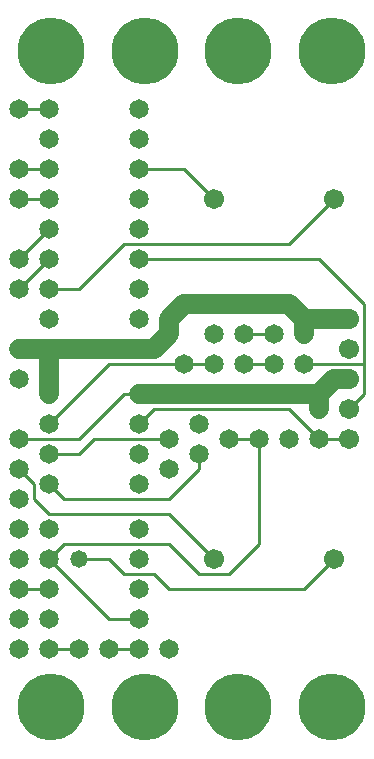
<source format=gbl>
%MOIN*%
%FSLAX25Y25*%
G04 D10 used for Character Trace; *
G04     Circle (OD=.01000) (No hole)*
G04 D11 used for Power Trace; *
G04     Circle (OD=.06700) (No hole)*
G04 D12 used for Signal Trace; *
G04     Circle (OD=.01100) (No hole)*
G04 D13 used for Via; *
G04     Circle (OD=.05800) (Round. Hole ID=.02800)*
G04 D14 used for Component hole; *
G04     Circle (OD=.06500) (Round. Hole ID=.03500)*
G04 D15 used for Component hole; *
G04     Circle (OD=.06700) (Round. Hole ID=.04300)*
G04 D16 used for Component hole; *
G04     Circle (OD=.08100) (Round. Hole ID=.05100)*
G04 D17 used for Component hole; *
G04     Circle (OD=.08900) (Round. Hole ID=.05900)*
G04 D18 used for Component hole; *
G04     Circle (OD=.11300) (Round. Hole ID=.08300)*
G04 D19 used for Component hole; *
G04     Circle (OD=.16000) (Round. Hole ID=.13000)*
G04 D20 used for Component hole; *
G04     Circle (OD=.18300) (Round. Hole ID=.15300)*
G04 D21 used for Component hole; *
G04     Circle (OD=.22291) (Round. Hole ID=.19291)*
%ADD10C,.01000*%
%ADD11C,.06700*%
%ADD12C,.01100*%
%ADD13C,.05800*%
%ADD14C,.06500*%
%ADD15C,.06700*%
%ADD16C,.08100*%
%ADD17C,.08900*%
%ADD18C,.11300*%
%ADD19C,.16000*%
%ADD20C,.18300*%
%ADD21C,.22291*%
%IPPOS*%
%LPD*%
G90*X0Y0D02*D21*X15625Y15625D03*D14*              
X35000Y35000D03*D12*X45000D01*D14*D03*D12*        
X35000Y45000D02*X45000D01*D14*D03*X55000Y35000D03*
D12*Y55000D02*X100000D01*X110000Y65000D01*D15*D03*
D12*X75000Y60000D02*X85000Y70000D01*              
X65000Y60000D02*X75000D01*X65000D02*              
X55000Y70000D01*X20000D01*X15000Y65000D01*D14*D03*
D12*X35000Y45000D01*D14*X45000Y55000D03*          
X25000Y35000D03*D12*X15000D01*D14*D03*            
X5000Y45000D03*X15000D03*X5000Y35000D03*          
X15000Y55000D03*D12*X5000D01*D14*D03*Y65000D03*   
X15000Y75000D03*X5000D03*D13*X25000Y65000D03*D12* 
X35000D01*X40000Y60000D01*X50000D01*              
X55000Y55000D01*D14*X45000Y65000D03*D15*X70000D03*
D12*X55000Y80000D01*X15000D01*X10000Y85000D01*    
Y90000D01*X5000Y95000D01*D14*D03*X15000Y90000D03* 
D12*X20000Y85000D01*X55000D01*X65000Y95000D01*    
Y100000D01*D14*D03*X55000Y105000D03*D12*X30000D01*
X25000Y100000D01*X15000D01*D14*D03*               
X5000Y105000D03*D12*X25000D01*X40000Y120000D01*   
X45000D01*D14*D03*D11*X105000D01*Y115000D01*D14*  
D03*D11*Y120000D02*X110000Y125000D01*X115000D01*  
D15*D03*D12*Y115000D02*X120000Y120000D01*D15*     
X115000Y115000D03*D12*X120000Y120000D02*          
Y130000D01*X100000D01*D14*D03*X90000Y140000D03*   
D12*X80000D01*D14*D03*X90000Y130000D03*D12*       
X80000D01*D14*D03*X70000Y140000D03*Y130000D03*D12*
X60000D01*D14*D03*D12*X35000D01*X15000Y110000D01* 
D14*D03*Y120000D03*D11*Y135000D01*X5000D01*D14*   
D03*X15000Y145000D03*D11*Y135000D02*X50000D01*    
X55000Y140000D01*Y145000D01*X60000Y150000D01*D14* 
D03*D11*X95000D01*X100000Y145000D01*Y140000D01*   
D14*D03*D11*Y145000D02*X115000D01*D15*D03*D12*    
X120000Y130000D02*Y150000D01*D15*                 
X115000Y135000D03*D12*X120000Y150000D02*          
X105000Y165000D01*X45000D01*D14*D03*D12*          
X25000Y155000D02*X40000Y170000D01*                
X15000Y155000D02*X25000D01*D14*X15000D03*         
X5000Y165000D03*D12*X15000Y175000D01*D14*D03*     
X5000Y185000D03*D12*X15000D01*D14*D03*            
X5000Y195000D03*D12*X15000D01*D14*D03*Y205000D03* 
Y215000D03*D12*X5000D01*D14*D03*D21*              
X15625Y234375D03*D14*X45000Y175000D03*Y185000D03* 
Y195000D03*D12*X60000D01*X70000Y185000D01*D15*D03*
D14*X45000Y205000D03*D12*X40000Y170000D02*        
X95000D01*D14*X45000Y155000D03*X15000Y165000D03*  
D12*X5000Y155000D01*D14*D03*Y125000D03*           
X45000Y145000D03*D12*Y110000D02*X50000Y115000D01* 
D14*X45000Y110000D03*D12*X50000Y115000D02*        
X95000D01*X105000Y105000D01*D14*D03*D12*          
X115000D01*D15*D03*D14*X95000D03*X85000D03*D12*   
Y70000D01*D14*X55000Y95000D03*D12*                
X75000Y105000D02*X85000D01*D14*X75000D03*         
X65000Y110000D03*X45000Y75000D03*Y100000D03*      
Y90000D03*D12*X95000Y170000D02*X110000Y185000D01* 
D15*D03*D21*X109375Y234375D03*X78125D03*X46875D03*
D14*X45000Y215000D03*X5000Y85000D03*D21*          
X46875Y15625D03*X78125D03*X109375D03*M02*         

</source>
